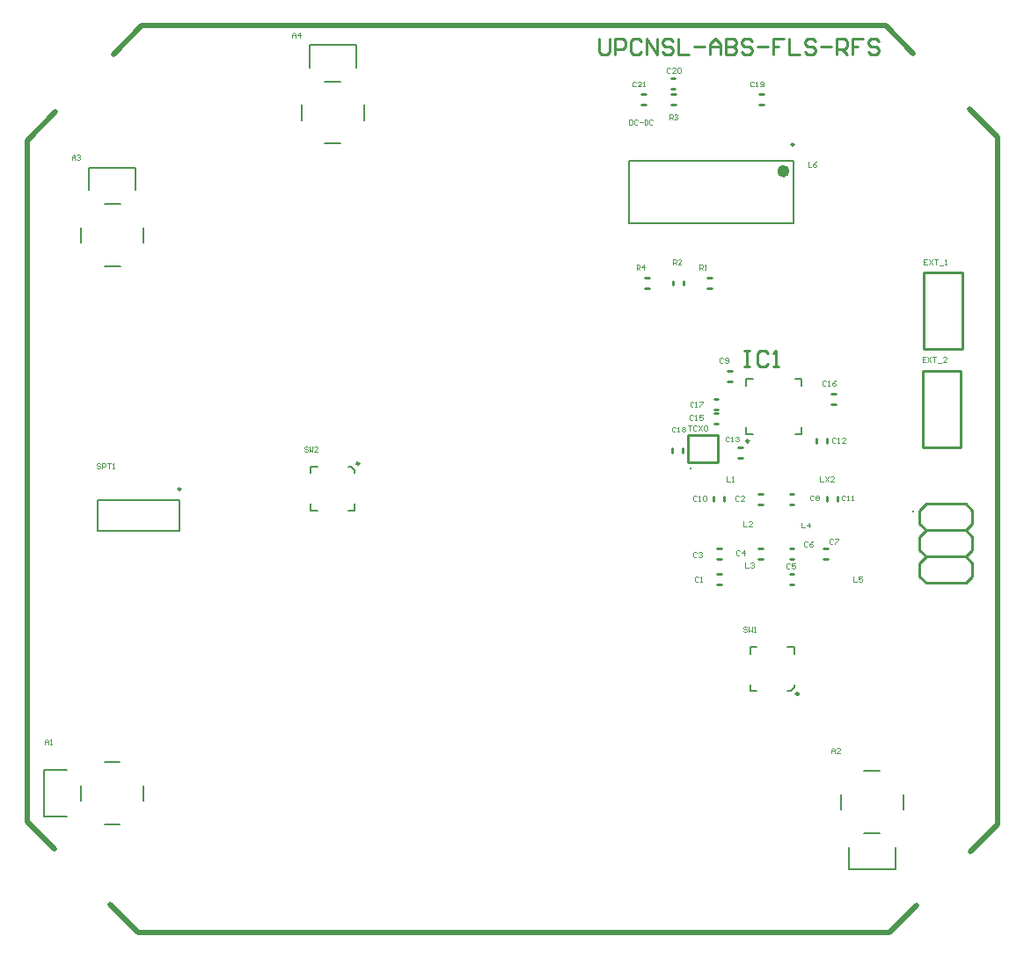
<source format=gto>
%FSLAX25Y25*%
%MOIN*%
G70*
G01*
G75*
G04 Layer_Color=16777215*
%ADD10C,0.11794*%
%ADD11O,0.00984X0.03150*%
%ADD12O,0.03150X0.00984*%
%ADD13R,0.12205X0.12205*%
%ADD14R,0.07874X0.07874*%
%ADD15O,0.00591X0.03189*%
%ADD16O,0.03189X0.00591*%
%ADD17R,0.07874X0.07874*%
G04:AMPARAMS|DCode=18|XSize=23.62mil|YSize=35.43mil|CornerRadius=5.91mil|HoleSize=0mil|Usage=FLASHONLY|Rotation=0.000|XOffset=0mil|YOffset=0mil|HoleType=Round|Shape=RoundedRectangle|*
%AMROUNDEDRECTD18*
21,1,0.02362,0.02362,0,0,0.0*
21,1,0.01181,0.03543,0,0,0.0*
1,1,0.01181,0.00591,-0.01181*
1,1,0.01181,-0.00591,-0.01181*
1,1,0.01181,-0.00591,0.01181*
1,1,0.01181,0.00591,0.01181*
%
%ADD18ROUNDEDRECTD18*%
G04:AMPARAMS|DCode=19|XSize=23.62mil|YSize=35.43mil|CornerRadius=5.91mil|HoleSize=0mil|Usage=FLASHONLY|Rotation=90.000|XOffset=0mil|YOffset=0mil|HoleType=Round|Shape=RoundedRectangle|*
%AMROUNDEDRECTD19*
21,1,0.02362,0.02362,0,0,90.0*
21,1,0.01181,0.03543,0,0,90.0*
1,1,0.01181,0.01181,0.00591*
1,1,0.01181,0.01181,-0.00591*
1,1,0.01181,-0.01181,-0.00591*
1,1,0.01181,-0.01181,0.00591*
%
%ADD19ROUNDEDRECTD19*%
%ADD20R,0.04016X0.02520*%
%ADD21R,0.06496X0.10000*%
%ADD22O,0.02362X0.09055*%
%ADD23R,0.02520X0.04016*%
%ADD24R,0.02362X0.02953*%
%ADD25C,0.00787*%
%ADD26C,0.01969*%
%ADD27C,0.11798*%
%ADD28C,0.00984*%
%ADD29C,0.06693*%
%ADD30C,0.05906*%
%ADD31C,0.39370*%
%ADD32C,0.11024*%
%ADD33C,0.07874*%
%ADD34C,0.03543*%
G04:AMPARAMS|DCode=35|XSize=62.01mil|YSize=62.01mil|CornerRadius=0mil|HoleSize=0mil|Usage=FLASHONLY|Rotation=0.000|XOffset=0mil|YOffset=0mil|HoleType=Round|Shape=Octagon|*
%AMOCTAGOND35*
4,1,8,0.03100,-0.01550,0.03100,0.01550,0.01550,0.03100,-0.01550,0.03100,-0.03100,0.01550,-0.03100,-0.01550,-0.01550,-0.03100,0.01550,-0.03100,0.03100,-0.01550,0.0*
%
%ADD35OCTAGOND35*%

%ADD36C,0.19685*%
%ADD37C,0.05000*%
%ADD38C,0.02362*%
%ADD39C,0.01000*%
%ADD40C,0.00492*%
%ADD41C,0.01008*%
D25*
X277559Y194095D02*
X280118D01*
X277559D02*
Y196653D01*
Y212598D02*
Y215158D01*
X280118D01*
X296063D02*
X298622D01*
Y212598D02*
Y215158D01*
X296063Y194095D02*
X298622D01*
Y196653D01*
X126772Y181791D02*
X128002D01*
X129232Y179331D02*
Y180561D01*
X128002Y181791D02*
X129232Y180561D01*
X126772Y165256D02*
X129232D01*
Y167717D01*
X112697Y181791D02*
X115157D01*
X112697Y179331D02*
Y181791D01*
Y165256D02*
X115157D01*
X112697D02*
Y167717D01*
X295768Y98081D02*
Y99311D01*
X293307Y96850D02*
X294537D01*
X295768Y98081D01*
X279232Y96850D02*
Y99311D01*
Y96850D02*
X281693D01*
X295768Y110925D02*
Y113386D01*
X293307D02*
X295768D01*
X279232Y110925D02*
Y113386D01*
X281693D01*
X25492Y55059D02*
Y60886D01*
X49114Y55059D02*
Y60886D01*
X34390Y69784D02*
X40216D01*
X34390Y46161D02*
X40216D01*
X11713Y49114D02*
Y66831D01*
X20216D01*
X11713Y49114D02*
X20216D01*
X322382Y42815D02*
X328209D01*
X322382Y66437D02*
X328209D01*
X313484Y51713D02*
Y57539D01*
X337106Y51713D02*
Y57539D01*
X316437Y29035D02*
X334154D01*
X316437D02*
Y37539D01*
X334154Y29035D02*
Y37539D01*
X34587Y281398D02*
X40413D01*
X34587Y257776D02*
X40413D01*
X49311Y266673D02*
Y272500D01*
X25689Y266673D02*
Y272500D01*
X28642Y295177D02*
X46358D01*
Y286673D02*
Y295177D01*
X28642Y286673D02*
Y295177D01*
X118051Y327953D02*
X123878D01*
X118051Y304331D02*
X123878D01*
X132776Y313228D02*
Y319055D01*
X109153Y313228D02*
Y319055D01*
X112106Y341732D02*
X129823D01*
Y333228D02*
Y341732D01*
X112106Y333228D02*
Y341732D01*
X31890Y157598D02*
X62992D01*
X31890Y169016D02*
X62992D01*
X31890Y157598D02*
Y169016D01*
X62992Y157598D02*
Y169016D01*
X233071Y297835D02*
X295669D01*
X233071Y274213D02*
X295669D01*
Y297835D01*
X233071Y274213D02*
Y297835D01*
D26*
X5118Y305610D02*
X16019Y316511D01*
X5118Y47244D02*
Y305610D01*
Y47244D02*
X15650Y36713D01*
X36713Y15650D02*
X47244Y5118D01*
X331890D01*
X342126Y15354D01*
X362598Y35827D02*
X372835Y46063D01*
Y306791D01*
X362229Y317397D02*
X372835Y306791D01*
X330413Y349213D02*
X341019Y338607D01*
X48720Y349213D02*
X330413D01*
X37820Y338312D02*
X48720Y349213D01*
D28*
X278642Y191535D02*
G03*
X278642Y191535I-492J0D01*
G01*
X130957Y183024D02*
G03*
X130957Y183024I-492J0D01*
G01*
X297492Y95618D02*
G03*
X297492Y95618I-492J0D01*
G01*
X63346Y173346D02*
G03*
X63346Y173346I-492J0D01*
G01*
X295709Y303937D02*
G03*
X295709Y303937I-492J0D01*
G01*
D38*
X292913Y293898D02*
G03*
X292913Y293898I-1181J0D01*
G01*
D39*
X249311Y319094D02*
X250886D01*
X249311Y323031D02*
X250886D01*
X270669Y218012D02*
X272244D01*
X270669Y214075D02*
X272244D01*
X265428Y198049D02*
X267003D01*
X265428Y201986D02*
X267003D01*
X309941Y205512D02*
X311516D01*
X309941Y209449D02*
X311516D01*
X249606Y187205D02*
Y188779D01*
X253543Y187205D02*
Y188779D01*
X282579Y319094D02*
X284154D01*
X282579Y323031D02*
X284154D01*
X237894Y319094D02*
X239469D01*
X237894Y323031D02*
X239469D01*
X263025Y249410D02*
X264600D01*
X263025Y253346D02*
X264600D01*
X253740Y250689D02*
Y252264D01*
X249803Y250689D02*
Y252264D01*
X239272Y249410D02*
X240846D01*
X239272Y253346D02*
X240846D01*
X359492Y226327D02*
Y255327D01*
X344992Y226327D02*
X359492D01*
X344992D02*
Y255327D01*
X359492D01*
X344445Y189260D02*
Y218260D01*
X358945D01*
Y189260D02*
Y218260D01*
X344445Y189260D02*
X358945D01*
X274606Y185138D02*
X276181D01*
X274606Y189075D02*
X276181D01*
X304134Y190945D02*
Y192520D01*
X308071Y190945D02*
Y192520D01*
X282179Y167618D02*
X283753D01*
X282179Y171555D02*
X283753D01*
X294101Y146949D02*
X295676D01*
X294101Y150886D02*
X295676D01*
X282179D02*
X283753D01*
X282179Y146949D02*
X283753D01*
X294101Y141142D02*
X295676D01*
X294101Y137205D02*
X295676D01*
X306995Y150886D02*
X308569D01*
X306995Y146949D02*
X308569D01*
X294101Y167618D02*
X295676D01*
X294101Y171555D02*
X295676D01*
X266634Y146949D02*
X268209D01*
X266634Y150886D02*
X268209D01*
X266634Y137205D02*
X268209D01*
X266634Y141142D02*
X268209D01*
X312106Y168799D02*
Y170374D01*
X308169Y168799D02*
Y170374D01*
X265158Y168799D02*
Y170374D01*
X269094Y168799D02*
Y170374D01*
X249114Y329232D02*
X250689D01*
X249114Y325295D02*
X250689D01*
X265428Y207579D02*
X267003D01*
X265428Y203642D02*
X267003D01*
X345827Y147795D02*
X360827D01*
X345827Y157795D02*
X360827D01*
X343327Y165295D02*
X345827Y167795D01*
X343327Y160295D02*
Y165295D01*
Y160295D02*
X345827Y157795D01*
X343327Y155295D02*
X345827Y157795D01*
X343327Y150295D02*
Y155295D01*
Y150295D02*
X345827Y147795D01*
X343327Y145295D02*
X345827Y147795D01*
X343327Y140295D02*
Y145295D01*
Y140295D02*
X345827Y137795D01*
X360827D01*
X363327Y140295D01*
Y145295D01*
X360827Y147795D02*
X363327Y145295D01*
X360827Y147795D02*
X363327Y150295D01*
Y155295D01*
X360827Y157795D02*
X363327Y155295D01*
X360827Y157795D02*
X363327Y160295D01*
Y165295D01*
X360827Y167795D02*
X363327Y165295D01*
X345827Y167795D02*
X360827D01*
X255709Y193799D02*
X267028D01*
Y183465D02*
Y193799D01*
X255709Y183465D02*
X267028D01*
X255709D02*
Y193799D01*
X276900Y225854D02*
X278899D01*
X277900D01*
Y219856D01*
X276900D01*
X278899D01*
X285897Y224854D02*
X284897Y225854D01*
X282898D01*
X281898Y224854D01*
Y220856D01*
X282898Y219856D01*
X284897D01*
X285897Y220856D01*
X287896Y219856D02*
X289896D01*
X288896D01*
Y225854D01*
X287896Y224854D01*
D40*
X248425Y313386D02*
Y315354D01*
X249409D01*
X249737Y315026D01*
Y314370D01*
X249409Y314042D01*
X248425D01*
X249081D02*
X249737Y313386D01*
X250393Y315026D02*
X250721Y315354D01*
X251377D01*
X251705Y315026D01*
Y314698D01*
X251377Y314370D01*
X251049D01*
X251377D01*
X251705Y314042D01*
Y313714D01*
X251377Y313386D01*
X250721D01*
X250393Y313714D01*
X259580Y139927D02*
X259252Y140255D01*
X258596D01*
X258268Y139927D01*
Y138615D01*
X258596Y138287D01*
X259252D01*
X259580Y138615D01*
X260236Y138287D02*
X260892D01*
X260564D01*
Y140255D01*
X260236Y139927D01*
X274829Y170439D02*
X274501Y170767D01*
X273845D01*
X273517Y170439D01*
Y169127D01*
X273845Y168799D01*
X274501D01*
X274829Y169127D01*
X276797Y168799D02*
X275485D01*
X276797Y170111D01*
Y170439D01*
X276469Y170767D01*
X275813D01*
X275485Y170439D01*
X258792Y149179D02*
X258464Y149507D01*
X257808D01*
X257480Y149179D01*
Y147867D01*
X257808Y147539D01*
X258464D01*
X258792Y147867D01*
X259448Y149179D02*
X259776Y149507D01*
X260432D01*
X260760Y149179D01*
Y148851D01*
X260432Y148523D01*
X260104D01*
X260432D01*
X260760Y148195D01*
Y147867D01*
X260432Y147539D01*
X259776D01*
X259448Y147867D01*
X275125Y149770D02*
X274797Y150098D01*
X274141D01*
X273813Y149770D01*
Y148458D01*
X274141Y148130D01*
X274797D01*
X275125Y148458D01*
X276764Y148130D02*
Y150098D01*
X275781Y149114D01*
X277092D01*
X294232Y144652D02*
X293904Y144980D01*
X293248D01*
X292920Y144652D01*
Y143340D01*
X293248Y143012D01*
X293904D01*
X294232Y143340D01*
X296199Y144980D02*
X294888D01*
Y143996D01*
X295544Y144324D01*
X295871D01*
X296199Y143996D01*
Y143340D01*
X295871Y143012D01*
X295216D01*
X294888Y143340D01*
X301017Y153116D02*
X300689Y153444D01*
X300033D01*
X299705Y153116D01*
Y151804D01*
X300033Y151476D01*
X300689D01*
X301017Y151804D01*
X302984Y153444D02*
X302328Y153116D01*
X301673Y152460D01*
Y151804D01*
X302001Y151476D01*
X302657D01*
X302984Y151804D01*
Y152132D01*
X302657Y152460D01*
X301673D01*
X310669Y154002D02*
X310341Y154330D01*
X309685D01*
X309357Y154002D01*
Y152690D01*
X309685Y152362D01*
X310341D01*
X310669Y152690D01*
X311325Y154330D02*
X312636D01*
Y154002D01*
X311325Y152690D01*
Y152362D01*
X303182Y170636D02*
X302854Y170964D01*
X302198D01*
X301870Y170636D01*
Y169324D01*
X302198Y168996D01*
X302854D01*
X303182Y169324D01*
X303838Y170636D02*
X304166Y170964D01*
X304822D01*
X305150Y170636D01*
Y170308D01*
X304822Y169980D01*
X305150Y169652D01*
Y169324D01*
X304822Y168996D01*
X304166D01*
X303838Y169324D01*
Y169652D01*
X304166Y169980D01*
X303838Y170308D01*
Y170636D01*
X304166Y169980D02*
X304822D01*
X268765Y222667D02*
X268438Y222995D01*
X267781D01*
X267454Y222667D01*
Y221355D01*
X267781Y221027D01*
X268438D01*
X268765Y221355D01*
X269421D02*
X269749Y221027D01*
X270405D01*
X270733Y221355D01*
Y222667D01*
X270405Y222995D01*
X269749D01*
X269421Y222667D01*
Y222339D01*
X269749Y222011D01*
X270733D01*
X258989Y170439D02*
X258661Y170767D01*
X258005D01*
X257677Y170439D01*
Y169127D01*
X258005Y168799D01*
X258661D01*
X258989Y169127D01*
X259645Y168799D02*
X260301D01*
X259973D01*
Y170767D01*
X259645Y170439D01*
X261285D02*
X261613Y170767D01*
X262269D01*
X262597Y170439D01*
Y169127D01*
X262269Y168799D01*
X261613D01*
X261285Y169127D01*
Y170439D01*
X315190Y170636D02*
X314862Y170964D01*
X314206D01*
X313878Y170636D01*
Y169324D01*
X314206Y168996D01*
X314862D01*
X315190Y169324D01*
X315846Y168996D02*
X316502D01*
X316174D01*
Y170964D01*
X315846Y170636D01*
X317486Y168996D02*
X318142D01*
X317814D01*
Y170964D01*
X317486Y170636D01*
X311647Y192486D02*
X311319Y192814D01*
X310663D01*
X310335Y192486D01*
Y191174D01*
X310663Y190847D01*
X311319D01*
X311647Y191174D01*
X312302Y190847D02*
X312959D01*
X312631D01*
Y192814D01*
X312302Y192486D01*
X315254Y190847D02*
X313942D01*
X315254Y192158D01*
Y192486D01*
X314926Y192814D01*
X314270D01*
X313942Y192486D01*
X271194Y192979D02*
X270866Y193306D01*
X270210D01*
X269882Y192979D01*
Y191667D01*
X270210Y191339D01*
X270866D01*
X271194Y191667D01*
X271850Y191339D02*
X272506D01*
X272178D01*
Y193306D01*
X271850Y192979D01*
X273490D02*
X273818Y193306D01*
X274474D01*
X274802Y192979D01*
Y192650D01*
X274474Y192323D01*
X274146D01*
X274474D01*
X274802Y191995D01*
Y191667D01*
X274474Y191339D01*
X273818D01*
X273490Y191667D01*
X257513Y201049D02*
X257185Y201377D01*
X256529D01*
X256201Y201049D01*
Y199737D01*
X256529Y199409D01*
X257185D01*
X257513Y199737D01*
X258169Y199409D02*
X258825D01*
X258497D01*
Y201377D01*
X258169Y201049D01*
X261120Y201377D02*
X259808D01*
Y200393D01*
X260465Y200721D01*
X260792D01*
X261120Y200393D01*
Y199737D01*
X260792Y199409D01*
X260137D01*
X259808Y199737D01*
X307985Y214083D02*
X307657Y214411D01*
X307001D01*
X306673Y214083D01*
Y212771D01*
X307001Y212443D01*
X307657D01*
X307985Y212771D01*
X308641Y212443D02*
X309297D01*
X308969D01*
Y214411D01*
X308641Y214083D01*
X311593Y214411D02*
X310937Y214083D01*
X310281Y213427D01*
Y212771D01*
X310609Y212443D01*
X311265D01*
X311593Y212771D01*
Y213099D01*
X311265Y213427D01*
X310281D01*
X257710Y206266D02*
X257382Y206594D01*
X256726D01*
X256398Y206266D01*
Y204954D01*
X256726Y204626D01*
X257382D01*
X257710Y204954D01*
X258366Y204626D02*
X259021D01*
X258694D01*
Y206594D01*
X258366Y206266D01*
X260005Y206594D02*
X261317D01*
Y206266D01*
X260005Y204954D01*
Y204626D01*
X250936Y196646D02*
X250607Y196974D01*
X249952D01*
X249624Y196646D01*
Y195334D01*
X249952Y195006D01*
X250607D01*
X250936Y195334D01*
X251591Y195006D02*
X252247D01*
X251920D01*
Y196974D01*
X251591Y196646D01*
X253231D02*
X253559Y196974D01*
X254215D01*
X254543Y196646D01*
Y196318D01*
X254215Y195990D01*
X254543Y195662D01*
Y195334D01*
X254215Y195006D01*
X253559D01*
X253231Y195334D01*
Y195662D01*
X253559Y195990D01*
X253231Y196318D01*
Y196646D01*
X253559Y195990D02*
X254215D01*
X280672Y327623D02*
X280344Y327951D01*
X279688D01*
X279360Y327623D01*
Y326311D01*
X279688Y325984D01*
X280344D01*
X280672Y326311D01*
X281328Y325984D02*
X281984D01*
X281656D01*
Y327951D01*
X281328Y327623D01*
X282968Y326311D02*
X283296Y325984D01*
X283951D01*
X284279Y326311D01*
Y327623D01*
X283951Y327951D01*
X283296D01*
X282968Y327623D01*
Y327295D01*
X283296Y326967D01*
X284279D01*
X248950Y332939D02*
X248622Y333267D01*
X247966D01*
X247638Y332939D01*
Y331627D01*
X247966Y331299D01*
X248622D01*
X248950Y331627D01*
X250918Y331299D02*
X249606D01*
X250918Y332611D01*
Y332939D01*
X250590Y333267D01*
X249934D01*
X249606Y332939D01*
X251573D02*
X251902Y333267D01*
X252557D01*
X252885Y332939D01*
Y331627D01*
X252557Y331299D01*
X251902D01*
X251573Y331627D01*
Y332939D01*
X235972Y327623D02*
X235644Y327951D01*
X234988D01*
X234660Y327623D01*
Y326311D01*
X234988Y325984D01*
X235644D01*
X235972Y326311D01*
X237940Y325984D02*
X236628D01*
X237940Y327295D01*
Y327623D01*
X237612Y327951D01*
X236956D01*
X236628Y327623D01*
X238596Y325984D02*
X239251D01*
X238924D01*
Y327951D01*
X238596Y327623D01*
X11776Y76351D02*
Y77663D01*
X12432Y78319D01*
X13088Y77663D01*
Y76351D01*
Y77335D01*
X11776D01*
X13744Y76351D02*
X14400D01*
X14072D01*
Y78319D01*
X13744Y77991D01*
X277867Y120671D02*
X277539Y120999D01*
X276883D01*
X276555Y120671D01*
Y120343D01*
X276883Y120015D01*
X277539D01*
X277867Y119687D01*
Y119360D01*
X277539Y119032D01*
X276883D01*
X276555Y119360D01*
X278523Y120999D02*
Y119032D01*
X279179Y119687D01*
X279835Y119032D01*
Y120999D01*
X280491Y119032D02*
X281147D01*
X280819D01*
Y120999D01*
X280491Y120671D01*
X309827Y73034D02*
Y74345D01*
X310483Y75001D01*
X311139Y74345D01*
Y73034D01*
Y74018D01*
X309827D01*
X313107Y73034D02*
X311795D01*
X313107Y74345D01*
Y74673D01*
X312779Y75001D01*
X312123D01*
X311795Y74673D01*
X111401Y189103D02*
X111073Y189431D01*
X110417D01*
X110089Y189103D01*
Y188775D01*
X110417Y188447D01*
X111073D01*
X111401Y188119D01*
Y187791D01*
X111073Y187463D01*
X110417D01*
X110089Y187791D01*
X112057Y189431D02*
Y187463D01*
X112713Y188119D01*
X113369Y187463D01*
Y189431D01*
X115337Y187463D02*
X114025D01*
X115337Y188775D01*
Y189103D01*
X115009Y189431D01*
X114353D01*
X114025Y189103D01*
X22076Y298051D02*
Y299363D01*
X22732Y300019D01*
X23388Y299363D01*
Y298051D01*
Y299035D01*
X22076D01*
X24044Y299691D02*
X24372Y300019D01*
X25028D01*
X25356Y299691D01*
Y299363D01*
X25028Y299035D01*
X24700D01*
X25028D01*
X25356Y298707D01*
Y298379D01*
X25028Y298051D01*
X24372D01*
X24044Y298379D01*
X105503Y344605D02*
Y345917D01*
X106159Y346573D01*
X106815Y345917D01*
Y344605D01*
Y345589D01*
X105503D01*
X108455Y344605D02*
Y346573D01*
X107471Y345589D01*
X108783D01*
X270374Y178247D02*
Y176279D01*
X271686D01*
X272342D02*
X272998D01*
X272670D01*
Y178247D01*
X272342Y177919D01*
X276476Y161220D02*
Y159252D01*
X277788D01*
X279756D02*
X278444D01*
X279756Y160564D01*
Y160892D01*
X279428Y161220D01*
X278772D01*
X278444Y160892D01*
X277165Y145570D02*
Y143602D01*
X278477D01*
X279133Y145242D02*
X279461Y145570D01*
X280117D01*
X280445Y145242D01*
Y144914D01*
X280117Y144586D01*
X279789D01*
X280117D01*
X280445Y144258D01*
Y143930D01*
X280117Y143602D01*
X279461D01*
X279133Y143930D01*
X298721Y160629D02*
Y158661D01*
X300032D01*
X301672D02*
Y160629D01*
X300688Y159645D01*
X302000D01*
X318209Y140157D02*
Y138189D01*
X319521D01*
X321488Y140157D02*
X320177D01*
Y139173D01*
X320832Y139501D01*
X321161D01*
X321488Y139173D01*
Y138517D01*
X321161Y138189D01*
X320504D01*
X320177Y138517D01*
X301060Y297451D02*
Y295483D01*
X302372D01*
X304340Y297451D02*
X303684Y297123D01*
X303028Y296467D01*
Y295812D01*
X303356Y295483D01*
X304012D01*
X304340Y295812D01*
Y296139D01*
X304012Y296467D01*
X303028D01*
X305610Y178247D02*
Y176279D01*
X306922D01*
X307578Y178247D02*
X308890Y176279D01*
Y178247D02*
X307578Y176279D01*
X310858D02*
X309546D01*
X310858Y177591D01*
Y177919D01*
X310530Y178247D01*
X309874D01*
X309546Y177919D01*
X259760Y256383D02*
Y258351D01*
X260744D01*
X261072Y258023D01*
Y257367D01*
X260744Y257039D01*
X259760D01*
X260416D02*
X261072Y256383D01*
X261728D02*
X262384D01*
X262056D01*
Y258351D01*
X261728Y258023D01*
X249760Y258484D02*
Y260451D01*
X250744D01*
X251072Y260123D01*
Y259467D01*
X250744Y259139D01*
X249760D01*
X250416D02*
X251072Y258484D01*
X253040D02*
X251728D01*
X253040Y259795D01*
Y260123D01*
X252712Y260451D01*
X252056D01*
X251728Y260123D01*
X236060Y256383D02*
Y258351D01*
X237044D01*
X237372Y258023D01*
Y257367D01*
X237044Y257039D01*
X236060D01*
X236716D02*
X237372Y256383D01*
X239012D02*
Y258351D01*
X238028Y257367D01*
X239340D01*
X32988Y182891D02*
X32660Y183219D01*
X32004D01*
X31676Y182891D01*
Y182563D01*
X32004Y182235D01*
X32660D01*
X32988Y181907D01*
Y181579D01*
X32660Y181251D01*
X32004D01*
X31676Y181579D01*
X33644Y181251D02*
Y183219D01*
X34628D01*
X34956Y182891D01*
Y182235D01*
X34628Y181907D01*
X33644D01*
X35612Y183219D02*
X36924D01*
X36268D01*
Y181251D01*
X37580D02*
X38236D01*
X37908D01*
Y183219D01*
X37580Y182891D01*
X233160Y313351D02*
Y311384D01*
X234144D01*
X234472Y311712D01*
Y313023D01*
X234144Y313351D01*
X233160D01*
X236440Y313023D02*
X236112Y313351D01*
X235456D01*
X235128Y313023D01*
Y311712D01*
X235456Y311384D01*
X236112D01*
X236440Y311712D01*
X237096Y312367D02*
X238407D01*
X239063Y313351D02*
Y311384D01*
X240047D01*
X240375Y311712D01*
Y313023D01*
X240047Y313351D01*
X239063D01*
X242343Y313023D02*
X242015Y313351D01*
X241359D01*
X241031Y313023D01*
Y311712D01*
X241359Y311384D01*
X242015D01*
X242343Y311712D01*
X346307Y260573D02*
X344995D01*
Y258606D01*
X346307D01*
X344995Y259589D02*
X345651D01*
X346963Y260573D02*
X348275Y258606D01*
Y260573D02*
X346963Y258606D01*
X348931Y260573D02*
X350243D01*
X349587D01*
Y258606D01*
X350899Y258278D02*
X352211D01*
X352867Y258606D02*
X353523D01*
X353195D01*
Y260573D01*
X352867Y260245D01*
X345712Y223576D02*
X344400D01*
Y221609D01*
X345712D01*
X344400Y222593D02*
X345056D01*
X346368Y223576D02*
X347680Y221609D01*
Y223576D02*
X346368Y221609D01*
X348336Y223576D02*
X349648D01*
X348992D01*
Y221609D01*
X350304Y221281D02*
X351616D01*
X353583Y221609D02*
X352272D01*
X353583Y222921D01*
Y223249D01*
X353255Y223576D01*
X352599D01*
X352272Y223249D01*
X255512Y197539D02*
X256824D01*
X256168D01*
Y195571D01*
X258792Y197211D02*
X258464Y197539D01*
X257808D01*
X257480Y197211D01*
Y195899D01*
X257808Y195571D01*
X258464D01*
X258792Y195899D01*
X259448Y197539D02*
X260759Y195571D01*
Y197539D02*
X259448Y195571D01*
X262399Y197539D02*
X261743D01*
X261415Y197211D01*
Y195899D01*
X261743Y195571D01*
X262399D01*
X262727Y195899D01*
Y197211D01*
X262399Y197539D01*
X340453Y164764D02*
Y165092D01*
X340781D01*
Y164764D01*
X340453D01*
X256299Y181102D02*
Y181430D01*
X256627D01*
Y181102D01*
X256299D01*
D41*
X221850Y344089D02*
Y339090D01*
X222850Y338090D01*
X224849D01*
X225849Y339090D01*
Y344089D01*
X227849Y338090D02*
Y344089D01*
X230848D01*
X231847Y343089D01*
Y341090D01*
X230848Y340090D01*
X227849D01*
X237845Y343089D02*
X236845Y344089D01*
X234846D01*
X233846Y343089D01*
Y339090D01*
X234846Y338090D01*
X236845D01*
X237845Y339090D01*
X239845Y338090D02*
Y344089D01*
X243843Y338090D01*
Y344089D01*
X249841Y343089D02*
X248842Y344089D01*
X246842D01*
X245843Y343089D01*
Y342089D01*
X246842Y341090D01*
X248842D01*
X249841Y340090D01*
Y339090D01*
X248842Y338090D01*
X246842D01*
X245843Y339090D01*
X251841Y344089D02*
Y338090D01*
X255839D01*
X257839Y341090D02*
X261838D01*
X263837Y338090D02*
Y342089D01*
X265836Y344089D01*
X267835Y342089D01*
Y338090D01*
Y341090D01*
X263837D01*
X269835Y344089D02*
Y338090D01*
X272834D01*
X273834Y339090D01*
Y340090D01*
X272834Y341090D01*
X269835D01*
X272834D01*
X273834Y342089D01*
Y343089D01*
X272834Y344089D01*
X269835D01*
X279832Y343089D02*
X278832Y344089D01*
X276833D01*
X275833Y343089D01*
Y342089D01*
X276833Y341090D01*
X278832D01*
X279832Y340090D01*
Y339090D01*
X278832Y338090D01*
X276833D01*
X275833Y339090D01*
X281831Y341090D02*
X285830D01*
X291828Y344089D02*
X287829D01*
Y341090D01*
X289828D01*
X287829D01*
Y338090D01*
X293827Y344089D02*
Y338090D01*
X297826D01*
X303824Y343089D02*
X302824Y344089D01*
X300825D01*
X299825Y343089D01*
Y342089D01*
X300825Y341090D01*
X302824D01*
X303824Y340090D01*
Y339090D01*
X302824Y338090D01*
X300825D01*
X299825Y339090D01*
X305823Y341090D02*
X309822D01*
X311821Y338090D02*
Y344089D01*
X314820D01*
X315820Y343089D01*
Y341090D01*
X314820Y340090D01*
X311821D01*
X313821D02*
X315820Y338090D01*
X321818Y344089D02*
X317819D01*
Y341090D01*
X319819D01*
X317819D01*
Y338090D01*
X327816Y343089D02*
X326816Y344089D01*
X324817D01*
X323817Y343089D01*
Y342089D01*
X324817Y341090D01*
X326816D01*
X327816Y340090D01*
Y339090D01*
X326816Y338090D01*
X324817D01*
X323817Y339090D01*
M02*

</source>
